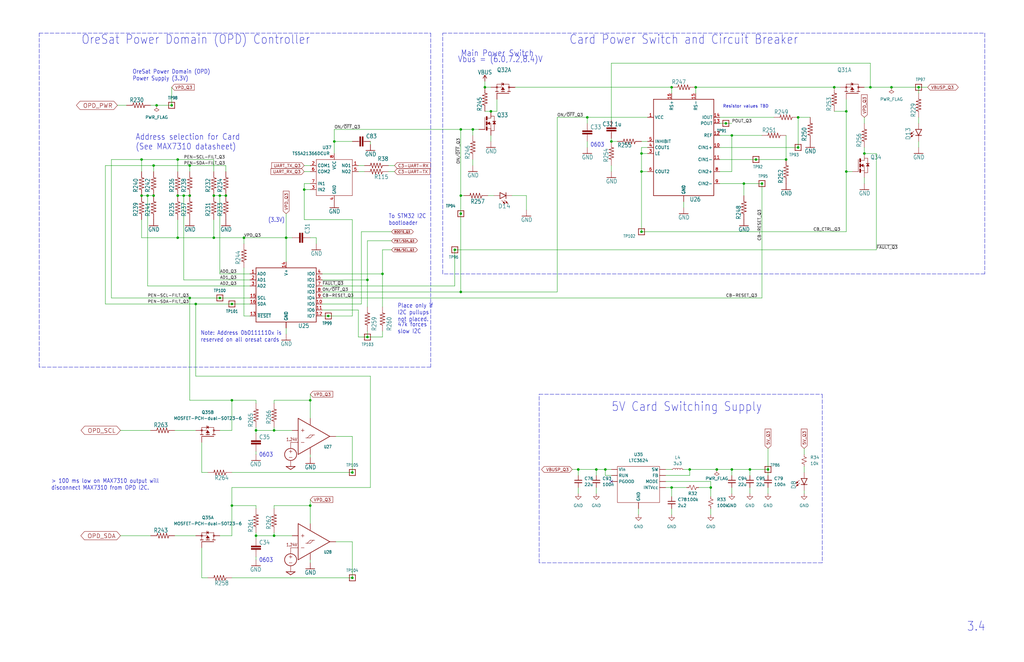
<source format=kicad_sch>
(kicad_sch (version 20211123) (generator eeschema)
  (paper "B")
  (junction (at 251.46 198.12))
  (junction (at 308.61 57.15))
  (junction (at 115.57 181.61))
  (junction (at 199.39 54.61))
  (junction (at 356.87 46.99))
  (junction (at 138.43 133.35))
  (junction (at 148.59 199.39))
  (junction (at 130.81 168.91))
  (junction (at 74.93 100.33))
  (junction (at 154.94 142.24))
  (junction (at 336.55 62.23))
  (junction (at 302.26 198.12))
  (junction (at 66.04 44.45))
  (junction (at 80.01 125.73))
  (junction (at 107.95 181.61))
  (junction (at 115.57 226.06))
  (junction (at 130.81 213.36))
  (junction (at 387.35 36.83))
  (junction (at 62.23 82.55))
  (junction (at 316.23 198.12))
  (junction (at 321.31 77.47))
  (junction (at 140.97 59.69))
  (junction (at 97.79 168.91))
  (junction (at 207.01 46.99))
  (junction (at 97.79 128.27))
  (junction (at 191.77 105.41))
  (junction (at 90.17 100.33))
  (junction (at 148.59 243.84))
  (junction (at 72.39 44.45))
  (junction (at 270.51 64.77))
  (junction (at 255.27 198.12))
  (junction (at 120.65 100.33))
  (junction (at 90.17 82.55))
  (junction (at 80.01 82.55))
  (junction (at 92.71 125.73))
  (junction (at 270.51 72.39))
  (junction (at 161.29 115.57))
  (junction (at 77.47 82.55))
  (junction (at 64.77 82.55))
  (junction (at 283.21 36.83))
  (junction (at 204.47 36.83))
  (junction (at 74.93 82.55))
  (junction (at 194.31 82.55))
  (junction (at 194.31 123.19))
  (junction (at 306.07 52.07))
  (junction (at 331.47 67.31))
  (junction (at 367.03 36.83))
  (junction (at 336.55 49.53))
  (junction (at 293.37 36.83))
  (junction (at 194.31 90.17))
  (junction (at 364.49 64.77))
  (junction (at 64.77 69.85))
  (junction (at 194.31 54.61))
  (junction (at 154.94 118.11))
  (junction (at 318.77 67.31))
  (junction (at 107.95 226.06))
  (junction (at 92.71 82.55))
  (junction (at 283.21 205.74))
  (junction (at 243.84 198.12))
  (junction (at 97.79 213.36))
  (junction (at 290.83 198.12))
  (junction (at 80.01 69.85))
  (junction (at 356.87 72.39))
  (junction (at 270.51 97.79))
  (junction (at 74.93 67.31))
  (junction (at 351.79 36.83))
  (junction (at 59.69 82.55))
  (junction (at 375.92 36.83))
  (junction (at 59.69 67.31))
  (junction (at 308.61 198.12))
  (junction (at 323.85 198.12))
  (junction (at 299.72 205.74))
  (junction (at 257.81 59.69))
  (junction (at 247.65 49.53))
  (junction (at 102.87 100.33))
  (junction (at 82.55 128.27))
  (junction (at 313.69 77.47))
  (junction (at 128.27 80.01))
  (junction (at 95.25 82.55))
  (no_connect (at 257.81 203.2))
  (wire (pts (xy 148.59 133.35) (xy 148.59 92.71)))
  (wire (pts (xy 270.51 64.77) (xy 270.51 72.39)))
  (wire (pts (xy 53.34 44.45) (xy 49.53 44.45)))
  (wire (pts (xy 207.01 46.99) (xy 209.55 46.99)))
  (wire (pts (xy 97.79 181.61) (xy 92.71 181.61)))
  (wire (pts (xy 299.72 205.74) (xy 299.72 209.55)))
  (wire (pts (xy 316.23 205.74) (xy 316.23 208.28)))
  (wire (pts (xy 321.31 125.73) (xy 321.31 77.47)))
  (wire (pts (xy 105.41 128.27) (xy 97.79 128.27)))
  (wire (pts (xy 59.69 72.39) (xy 59.69 67.31)))
  (wire (pts (xy 62.23 120.65) (xy 62.23 82.55)))
  (polyline (pts (xy 227.33 237.49) (xy 227.33 166.37)))
  (wire (pts (xy 97.79 226.06) (xy 92.71 226.06)))
  (wire (pts (xy 369.57 64.77) (xy 369.57 105.41)))
  (wire (pts (xy 107.95 170.18) (xy 107.95 168.91)))
  (wire (pts (xy 90.17 100.33) (xy 90.17 92.71)))
  (wire (pts (xy 299.72 203.2) (xy 299.72 205.74)))
  (wire (pts (xy 255.27 200.66) (xy 257.81 200.66)))
  (wire (pts (xy 313.69 77.47) (xy 303.53 77.47)))
  (wire (pts (xy 85.09 199.39) (xy 85.09 186.69)))
  (wire (pts (xy 102.87 100.33) (xy 120.65 100.33)))
  (wire (pts (xy 308.61 57.15) (xy 321.31 57.15)))
  (wire (pts (xy 154.94 101.6) (xy 165.1 101.6)))
  (wire (pts (xy 107.95 181.61) (xy 115.57 181.61)))
  (wire (pts (xy 375.92 36.83) (xy 387.35 36.83)))
  (wire (pts (xy 303.53 52.07) (xy 306.07 52.07)))
  (wire (pts (xy 138.43 133.35) (xy 148.59 133.35)))
  (wire (pts (xy 92.71 125.73) (xy 105.41 125.73)))
  (wire (pts (xy 243.84 200.66) (xy 243.84 198.12)))
  (wire (pts (xy 64.77 82.55) (xy 62.23 82.55)))
  (wire (pts (xy 302.26 198.12) (xy 308.61 198.12)))
  (wire (pts (xy 141.605 228.6) (xy 148.59 228.6)))
  (wire (pts (xy 97.79 213.36) (xy 97.79 205.74)))
  (wire (pts (xy 323.85 200.66) (xy 323.85 198.12)))
  (wire (pts (xy 234.95 123.19) (xy 194.31 123.19)))
  (wire (pts (xy 64.77 72.39) (xy 64.77 69.85)))
  (wire (pts (xy 97.79 213.36) (xy 97.79 226.06)))
  (wire (pts (xy 288.29 198.12) (xy 290.83 198.12)))
  (wire (pts (xy 257.81 198.12) (xy 255.27 198.12)))
  (wire (pts (xy 130.81 193.04) (xy 130.81 191.77)))
  (polyline (pts (xy 346.71 237.49) (xy 227.33 237.49)))
  (wire (pts (xy 299.72 214.63) (xy 299.72 217.17)))
  (wire (pts (xy 247.65 62.23) (xy 247.65 59.69)))
  (wire (pts (xy 128.27 80.01) (xy 130.81 80.01)))
  (wire (pts (xy 138.43 133.35) (xy 135.89 133.35)))
  (wire (pts (xy 115.57 224.79) (xy 115.57 226.06)))
  (wire (pts (xy 161.29 129.54) (xy 161.29 115.57)))
  (wire (pts (xy 44.45 128.27) (xy 44.45 69.85)))
  (wire (pts (xy 207.01 57.15) (xy 207.01 59.69)))
  (wire (pts (xy 257.81 26.67) (xy 367.03 26.67)))
  (wire (pts (xy 166.37 69.85) (xy 163.83 69.85)))
  (wire (pts (xy 135.89 123.19) (xy 194.31 123.19)))
  (wire (pts (xy 148.59 228.6) (xy 148.59 243.84)))
  (wire (pts (xy 92.71 115.57) (xy 92.71 82.55)))
  (wire (pts (xy 80.01 168.91) (xy 80.01 125.73)))
  (wire (pts (xy 351.79 46.99) (xy 356.87 46.99)))
  (wire (pts (xy 356.87 46.99) (xy 356.87 72.39)))
  (wire (pts (xy 195.58 82.55) (xy 194.31 82.55)))
  (wire (pts (xy 323.85 205.74) (xy 323.85 208.28)))
  (wire (pts (xy 161.29 105.41) (xy 161.29 115.57)))
  (wire (pts (xy 387.35 36.83) (xy 387.35 39.37)))
  (wire (pts (xy 154.94 118.11) (xy 154.94 101.6)))
  (wire (pts (xy 154.94 118.11) (xy 154.94 129.54)))
  (wire (pts (xy 280.67 200.66) (xy 290.83 200.66)))
  (wire (pts (xy 130.81 237.49) (xy 130.81 236.22)))
  (wire (pts (xy 280.67 203.2) (xy 299.72 203.2)))
  (wire (pts (xy 273.05 62.23) (xy 270.51 62.23)))
  (wire (pts (xy 313.69 82.55) (xy 313.69 77.47)))
  (wire (pts (xy 128.27 72.39) (xy 130.81 72.39)))
  (wire (pts (xy 308.61 198.12) (xy 308.61 200.66)))
  (wire (pts (xy 303.53 49.53) (xy 326.39 49.53)))
  (wire (pts (xy 46.99 125.73) (xy 46.99 67.31)))
  (wire (pts (xy 351.79 36.83) (xy 354.33 36.83)))
  (wire (pts (xy 82.55 181.61) (xy 73.66 181.61)))
  (wire (pts (xy 72.39 36.83) (xy 72.39 44.45)))
  (polyline (pts (xy 346.71 166.37) (xy 346.71 237.49)))
  (wire (pts (xy 161.29 142.24) (xy 161.29 139.7)))
  (wire (pts (xy 318.77 67.31) (xy 331.47 67.31)))
  (wire (pts (xy 107.95 168.91) (xy 97.79 168.91)))
  (wire (pts (xy 234.95 49.53) (xy 247.65 49.53)))
  (wire (pts (xy 90.17 72.39) (xy 90.17 67.31)))
  (wire (pts (xy 80.01 72.39) (xy 80.01 69.85)))
  (wire (pts (xy 243.84 205.74) (xy 243.84 208.28)))
  (wire (pts (xy 97.79 243.84) (xy 148.59 243.84)))
  (wire (pts (xy 234.95 123.19) (xy 234.95 49.53)))
  (wire (pts (xy 303.53 62.23) (xy 336.55 62.23)))
  (wire (pts (xy 166.37 72.39) (xy 163.83 72.39)))
  (wire (pts (xy 120.65 110.49) (xy 120.65 100.33)))
  (wire (pts (xy 80.01 69.85) (xy 95.25 69.85)))
  (wire (pts (xy 339.09 196.85) (xy 339.09 199.39)))
  (wire (pts (xy 293.37 39.37) (xy 293.37 36.83)))
  (wire (pts (xy 130.81 213.36) (xy 130.81 210.82)))
  (wire (pts (xy 80.01 82.55) (xy 77.47 82.55)))
  (wire (pts (xy 221.996 82.55) (xy 221.996 88.646)))
  (polyline (pts (xy 181.61 154.94) (xy 16.51 154.94)))
  (wire (pts (xy 107.95 226.06) (xy 115.57 226.06)))
  (wire (pts (xy 105.41 118.11) (xy 77.47 118.11)))
  (wire (pts (xy 217.17 36.83) (xy 283.21 36.83)))
  (wire (pts (xy 63.5 44.45) (xy 66.04 44.45)))
  (wire (pts (xy 77.47 118.11) (xy 77.47 82.55)))
  (wire (pts (xy 46.99 125.73) (xy 80.01 125.73)))
  (wire (pts (xy 257.81 72.39) (xy 257.81 69.85)))
  (wire (pts (xy 257.81 50.8) (xy 257.81 26.67)))
  (wire (pts (xy 303.53 72.39) (xy 308.61 72.39)))
  (wire (pts (xy 199.39 57.15) (xy 199.39 54.61)))
  (wire (pts (xy 82.55 158.75) (xy 82.55 128.27)))
  (wire (pts (xy 115.57 226.06) (xy 123.19 226.06)))
  (wire (pts (xy 391.16 36.83) (xy 387.35 36.83)))
  (wire (pts (xy 215.9 82.55) (xy 221.996 82.55)))
  (wire (pts (xy 133.35 100.33) (xy 133.35 102.87)))
  (wire (pts (xy 97.79 168.91) (xy 97.79 181.61)))
  (wire (pts (xy 128.27 69.85) (xy 130.81 69.85)))
  (wire (pts (xy 97.79 128.27) (xy 82.55 128.27)))
  (wire (pts (xy 308.61 198.12) (xy 316.23 198.12)))
  (wire (pts (xy 369.57 105.41) (xy 191.77 105.41)))
  (wire (pts (xy 74.93 100.33) (xy 74.93 92.71)))
  (wire (pts (xy 257.81 58.42) (xy 257.81 59.69)))
  (wire (pts (xy 156.21 158.75) (xy 82.55 158.75)))
  (wire (pts (xy 115.57 214.63) (xy 115.57 213.36)))
  (wire (pts (xy 241.3 198.12) (xy 243.84 198.12)))
  (wire (pts (xy 199.39 54.61) (xy 201.93 54.61)))
  (wire (pts (xy 367.03 36.83) (xy 375.92 36.83)))
  (wire (pts (xy 364.49 64.77) (xy 369.57 64.77)))
  (wire (pts (xy 105.41 120.65) (xy 62.23 120.65)))
  (wire (pts (xy 191.77 120.65) (xy 135.89 120.65)))
  (wire (pts (xy 273.05 59.69) (xy 270.51 59.69)))
  (wire (pts (xy 331.47 67.31) (xy 331.47 57.15)))
  (wire (pts (xy 359.41 72.39) (xy 356.87 72.39)))
  (wire (pts (xy 280.67 198.12) (xy 283.21 198.12)))
  (wire (pts (xy 209.55 46.99) (xy 209.55 41.91)))
  (wire (pts (xy 290.83 198.12) (xy 302.26 198.12)))
  (wire (pts (xy 205.74 82.55) (xy 208.28 82.55)))
  (wire (pts (xy 63.5 226.06) (xy 50.8 226.06)))
  (wire (pts (xy 323.85 189.23) (xy 323.85 198.12)))
  (wire (pts (xy 191.77 105.41) (xy 191.77 120.65)))
  (wire (pts (xy 364.49 62.23) (xy 364.49 64.77)))
  (wire (pts (xy 107.95 213.36) (xy 97.79 213.36)))
  (wire (pts (xy 387.35 59.69) (xy 387.35 62.23)))
  (polyline (pts (xy 415.29 115.57) (xy 186.69 115.57)))
  (wire (pts (xy 107.95 182.88) (xy 107.95 181.61)))
  (wire (pts (xy 120.65 100.33) (xy 123.19 100.33)))
  (wire (pts (xy 107.95 226.06) (xy 107.95 227.33)))
  (wire (pts (xy 148.59 184.15) (xy 148.59 199.39)))
  (wire (pts (xy 87.63 199.39) (xy 85.09 199.39)))
  (wire (pts (xy 321.31 77.47) (xy 313.69 77.47)))
  (wire (pts (xy 130.81 100.33) (xy 133.35 100.33)))
  (wire (pts (xy 135.89 118.11) (xy 154.94 118.11)))
  (wire (pts (xy 120.65 100.33) (xy 120.65 90.17)))
  (wire (pts (xy 128.27 92.71) (xy 148.59 92.71)))
  (wire (pts (xy 92.71 82.55) (xy 90.17 82.55)))
  (wire (pts (xy 152.4 97.79) (xy 165.1 97.79)))
  (wire (pts (xy 95.25 82.55) (xy 92.71 82.55)))
  (wire (pts (xy 364.49 74.93) (xy 364.49 77.47)))
  (wire (pts (xy 194.31 82.55) (xy 194.31 90.17)))
  (polyline (pts (xy 181.61 13.97) (xy 181.61 154.94)))
  (wire (pts (xy 85.09 243.84) (xy 85.09 231.14)))
  (wire (pts (xy 107.95 191.77) (xy 107.95 190.5)))
  (wire (pts (xy 74.93 100.33) (xy 90.17 100.33)))
  (wire (pts (xy 107.95 214.63) (xy 107.95 213.36)))
  (wire (pts (xy 120.65 140.97) (xy 120.65 138.43)))
  (wire (pts (xy 46.99 67.31) (xy 59.69 67.31)))
  (wire (pts (xy 364.49 49.53) (xy 364.49 52.07)))
  (wire (pts (xy 80.01 125.73) (xy 92.71 125.73)))
  (wire (pts (xy 270.51 72.39) (xy 273.05 72.39)))
  (wire (pts (xy 74.93 67.31) (xy 90.17 67.31)))
  (wire (pts (xy 59.69 100.33) (xy 59.69 92.71)))
  (polyline (pts (xy 227.33 166.37) (xy 346.71 166.37)))
  (wire (pts (xy 318.77 67.31) (xy 303.53 67.31)))
  (wire (pts (xy 257.81 59.69) (xy 260.35 59.69)))
  (wire (pts (xy 102.87 102.87) (xy 102.87 100.33)))
  (wire (pts (xy 135.89 130.81) (xy 151.13 130.81)))
  (wire (pts (xy 283.21 205.74) (xy 283.21 209.55)))
  (wire (pts (xy 303.53 57.15) (xy 308.61 57.15)))
  (wire (pts (xy 199.39 54.61) (xy 194.31 54.61)))
  (wire (pts (xy 130.81 77.47) (xy 128.27 77.47)))
  (wire (pts (xy 161.29 105.41) (xy 165.1 105.41)))
  (wire (pts (xy 356.87 97.79) (xy 270.51 97.79)))
  (wire (pts (xy 290.83 198.12) (xy 290.83 200.66)))
  (wire (pts (xy 194.31 90.17) (xy 194.31 123.19)))
  (wire (pts (xy 364.49 36.83) (xy 367.03 36.83)))
  (wire (pts (xy 199.39 67.31) (xy 199.39 69.85)))
  (wire (pts (xy 156.21 59.69) (xy 156.21 60.96)))
  (wire (pts (xy 97.79 168.91) (xy 80.01 168.91)))
  (wire (pts (xy 95.25 69.85) (xy 95.25 72.39)))
  (wire (pts (xy 283.21 205.74) (xy 289.56 205.74)))
  (wire (pts (xy 128.27 80.01) (xy 128.27 92.71)))
  (wire (pts (xy 339.09 207.01) (xy 339.09 208.28)))
  (wire (pts (xy 336.55 62.23) (xy 336.55 49.53)))
  (wire (pts (xy 270.51 62.23) (xy 270.51 64.77)))
  (wire (pts (xy 251.46 198.12) (xy 251.46 200.66)))
  (wire (pts (xy 135.89 125.73) (xy 321.31 125.73)))
  (wire (pts (xy 270.51 64.77) (xy 273.05 64.77)))
  (wire (pts (xy 270.51 97.79) (xy 270.51 72.39)))
  (wire (pts (xy 130.81 220.98) (xy 130.81 213.36)))
  (wire (pts (xy 194.31 54.61) (xy 140.97 54.61)))
  (wire (pts (xy 154.94 142.24) (xy 161.29 142.24)))
  (wire (pts (xy 255.27 198.12) (xy 255.27 200.66)))
  (wire (pts (xy 66.04 44.45) (xy 72.39 44.45)))
  (wire (pts (xy 107.95 181.61) (xy 107.95 180.34)))
  (wire (pts (xy 288.29 87.63) (xy 288.29 85.09)))
  (wire (pts (xy 204.47 34.29) (xy 204.47 36.83)))
  (wire (pts (xy 135.89 128.27) (xy 152.4 128.27)))
  (polyline (pts (xy 186.69 115.57) (xy 186.69 13.97)))
  (wire (pts (xy 62.23 82.55) (xy 59.69 82.55)))
  (wire (pts (xy 105.41 133.35) (xy 102.87 133.35)))
  (wire (pts (xy 130.81 176.53) (xy 130.81 168.91)))
  (wire (pts (xy 140.97 59.69) (xy 140.97 64.77)))
  (wire (pts (xy 107.95 236.22) (xy 107.95 234.95)))
  (wire (pts (xy 247.65 49.53) (xy 273.05 49.53)))
  (wire (pts (xy 251.46 198.12) (xy 255.27 198.12)))
  (wire (pts (xy 97.79 199.39) (xy 148.59 199.39)))
  (wire (pts (xy 153.67 69.85) (xy 151.13 69.85)))
  (wire (pts (xy 204.47 36.83) (xy 207.01 36.83)))
  (wire (pts (xy 115.57 181.61) (xy 123.19 181.61)))
  (wire (pts (xy 152.4 128.27) (xy 152.4 97.79)))
  (wire (pts (xy 336.55 49.53) (xy 341.63 49.53)))
  (wire (pts (xy 59.69 100.33) (xy 74.93 100.33)))
  (wire (pts (xy 105.41 115.57) (xy 92.71 115.57)))
  (polyline (pts (xy 186.69 13.97) (xy 415.29 13.97)))
  (wire (pts (xy 161.29 115.57) (xy 135.89 115.57)))
  (wire (pts (xy 77.47 82.55) (xy 74.93 82.55)))
  (wire (pts (xy 251.46 205.74) (xy 251.46 208.28)))
  (polyline (pts (xy 16.51 13.97) (xy 181.61 13.97)))
  (wire (pts (xy 130.81 168.91) (xy 115.57 168.91)))
  (polyline (pts (xy 415.29 13.97) (xy 415.29 115.57)))
  (wire (pts (xy 107.95 226.06) (xy 107.95 224.79)))
  (wire (pts (xy 243.84 198.12) (xy 251.46 198.12)))
  (wire (pts (xy 140.97 59.69) (xy 148.59 59.69)))
  (wire (pts (xy 141.605 184.15) (xy 148.59 184.15)))
  (wire (pts (xy 130.81 213.36) (xy 115.57 213.36)))
  (wire (pts (xy 293.37 36.83) (xy 351.79 36.83)))
  (wire (pts (xy 283.21 36.83) (xy 283.21 39.37)))
  (wire (pts (xy 283.21 205.74) (xy 280.67 205.74)))
  (wire (pts (xy 204.47 46.99) (xy 207.01 46.99)))
  (wire (pts (xy 283.21 214.63) (xy 283.21 217.17)))
  (wire (pts (xy 294.64 205.74) (xy 299.72 205.74)))
  (wire (pts (xy 156.21 205.74) (xy 156.21 158.75)))
  (wire (pts (xy 356.87 72.39) (xy 356.87 97.79)))
  (wire (pts (xy 64.77 69.85) (xy 80.01 69.85)))
  (wire (pts (xy 154.94 139.7) (xy 154.94 142.24)))
  (wire (pts (xy 44.45 69.85) (xy 64.77 69.85)))
  (wire (pts (xy 102.87 113.03) (xy 102.87 133.35)))
  (wire (pts (xy 140.97 54.61) (xy 140.97 59.69)))
  (wire (pts (xy 63.5 181.61) (xy 50.8 181.61)))
  (wire (pts (xy 97.79 205.74) (xy 156.21 205.74)))
  (wire (pts (xy 151.13 130.81) (xy 151.13 142.24)))
  (wire (pts (xy 387.35 49.53) (xy 387.35 52.07)))
  (wire (pts (xy 308.61 72.39) (xy 308.61 57.15)))
  (wire (pts (xy 115.57 180.34) (xy 115.57 181.61)))
  (wire (pts (xy 308.61 205.74) (xy 308.61 208.28)))
  (wire (pts (xy 82.55 128.27) (xy 44.45 128.27)))
  (wire (pts (xy 194.31 54.61) (xy 194.31 82.55)))
  (wire (pts (xy 356.87 46.99) (xy 356.87 41.91)))
  (wire (pts (xy 367.03 26.67) (xy 367.03 36.83)))
  (wire (pts (xy 247.65 52.07) (xy 247.65 49.53)))
  (wire (pts (xy 128.27 77.47) (xy 128.27 80.01)))
  (wire (pts (xy 90.17 100.33) (xy 102.87 100.33)))
  (wire (pts (xy 269.24 214.63) (xy 269.24 217.17)))
  (wire (pts (xy 74.93 72.39) (xy 74.93 67.31)))
  (wire (pts (xy 316.23 198.12) (xy 316.23 200.66)))
  (wire (pts (xy 306.07 52.07) (xy 308.61 52.07)))
  (wire (pts (xy 115.57 170.18) (xy 115.57 168.91)))
  (wire (pts (xy 316.23 198.12) (xy 323.85 198.12)))
  (wire (pts (xy 82.55 226.06) (xy 73.66 226.06)))
  (wire (pts (xy 87.63 243.84) (xy 85.09 243.84)))
  (wire (pts (xy 153.67 72.39) (xy 151.13 72.39)))
  (wire (pts (xy 151.13 142.24) (xy 154.94 142.24)))
  (polyline (pts (xy 16.51 154.94) (xy 16.51 13.97)))
  (wire (pts (xy 130.81 168.91) (xy 130.81 166.37)))
  (wire (pts (xy 339.09 189.23) (xy 339.09 191.77)))
  (wire (pts (xy 59.69 67.31) (xy 74.93 67.31)))
  (text "OreSat Power Domain (OPD)\nPower Supply (3.3V)" (at 55.88 34.29 180) (effects (font (size 1.778 1.5113)) (justify left bottom)))
  (text "Place only if\nI2C pullups\nnot placed." (at 167.64 135.89 180) (effects (font (size 1.778 1.5113)) (justify left bottom)))
  (text "0603" (at 248.92 62.23 180) (effects (font (size 1.778 1.5113)) (justify left bottom)))
  (text "0603" (at 109.22 193.04 180) (effects (font (size 1.778 1.5113)) (justify left bottom)))
  (text "OreSat Power Domain (OPD) Controller" (at 34.29 19.05 180) (effects (font (size 3.81 3.2385)) (justify left bottom)))
  (text "Resistor values TBD" (at 304.8 45.72 0) (effects (font (size 1.27 1.27)) (justify left bottom)))
  (text "> 100 ms low on MAX7310 output will\ndisconnect MAX7310 from OPD I2C." (at 21.59 207.01 0) (effects (font (size 1.778 1.5113)) (justify left bottom)))
  (text "Card Power Switch and Circuit Breaker" (at 240.03 19.05 180) (effects (font (size 3.81 3.2385)) (justify left bottom)))
  (text "Note: Address 0b0111110x is\nreserved on all oresat cards" (at 84.582 144.526 0) (effects (font (size 1.778 1.5113)) (justify left bottom)))
  (text "47k forces\nslow I2C" (at 167.64 140.97 180) (effects (font (size 1.778 1.5113)) (justify left bottom)))
  (text "Main Power Switch" (at 194.31 24.13 180) (effects (font (size 2.54 2.159)) (justify left bottom)))
  (text "3.4" (at 407.67 266.7 180) (effects (font (size 3.81 3.2385)) (justify left bottom)))
  (text "Address selection for Card\n(See MAX7310 datasheet)" (at 57.15 63.5 0) (effects (font (size 2.54 2.159)) (justify left bottom)))
  (text "(3.3V)" (at 113.03 93.98 180) (effects (font (size 1.778 1.5113)) (justify left bottom)))
  (text "Vbus = (6.0,7.2,8.4)V" (at 193.04 26.67 180) (effects (font (size 2.54 2.159)) (justify left bottom)))
  (text "0603" (at 109.22 237.49 180) (effects (font (size 1.778 1.5113)) (justify left bottom)))
  (text "To STM32 I2C\nbootloader" (at 163.83 95.25 180) (effects (font (size 1.778 1.5113)) (justify left bottom)))
  (text "5V Card Switching Supply" (at 257.81 173.99 180) (effects (font (size 3.81 3.2385)) (justify left bottom)))
  (label "ON/~{OFF}_Q3" (at 194.31 69.215 90) (effects (font (size 1.2446 1.2446))))
  (label "~{FAULT_Q3}" (at 369.57 105.41 0) (effects (font (size 1.2446 1.2446))))
  (label "CB-RESET_Q3" (at 135.89 125.73 0) (effects (font (size 1.2446 1.2446))))
  (label "PEN-SDA-FILT_Q3" (at 62.23 128.27 0) (effects (font (size 1.2446 1.2446))))
  (label "CB-RESET_Q3" (at 321.31 101.6 90) (effects (font (size 1.2446 1.2446))))
  (label "~{FAULT_Q3}" (at 135.89 120.65 0) (effects (font (size 1.2446 1.2446))))
  (label "ON/~{OFF}_Q3" (at 140.97 54.61 0) (effects (font (size 1.2446 1.2446))))
  (label "ON/~{OFF}_Q3" (at 135.89 123.19 0) (effects (font (size 1.2446 1.2446))))
  (label "PEN-SCL-FILT_Q3" (at 77.47 67.31 0) (effects (font (size 1.2446 1.2446))))
  (label "PEN-SDA-FILT_Q3" (at 77.47 69.85 0) (effects (font (size 1.2446 1.2446))))
  (label "POUT_Q3" (at 308.61 52.07 0) (effects (font (size 1.2446 1.2446))))
  (label "PEN-SCL-FILT_Q3" (at 62.23 125.73 0) (effects (font (size 1.2446 1.2446))))
  (label "AD0_Q3" (at 92.71 115.57 0) (effects (font (size 1.2446 1.2446))))
  (label "CB_CTRL_Q3" (at 342.9 97.79 0) (effects (font (size 1.2446 1.2446))))
  (label "VPD_Q3" (at 102.87 100.33 0) (effects (font (size 1.2446 1.2446))))
  (label "CB-RESET_Q3" (at 306.07 125.73 0) (effects (font (size 1.2446 1.2446))))
  (label "ON/~{OFF}_Q3" (at 234.95 49.53 0) (effects (font (size 1.2446 1.2446))))
  (label "AD2_Q3" (at 92.71 120.65 0) (effects (font (size 1.2446 1.2446))))
  (label "AD1_Q3" (at 92.71 118.11 0) (effects (font (size 1.2446 1.2446))))
  (global_label "5V_Q3" (shape input) (at 339.09 189.23 90) (property "Intersheet References" "${INTERSHEET_REFS}" (effects hide)))
  (global_label "VPD_Q3" (shape input) (at 72.39 36.83 0) (property "Intersheet References" "${INTERSHEET_REFS}" (effects hide)))
  (global_label "UART_TX_Q3" (shape input) (at 128.27 69.85 180) (property "Intersheet References" "${INTERSHEET_REFS}" (effects hide)))
  (global_label "C3-UART-RX" (shape input) (at 166.37 69.85 0) (property "Intersheet References" "${INTERSHEET_REFS}" (effects hide)))
  (global_label "PB6/SCL_Q3" (shape bidirectional) (at 165.1 105.41 0) (effects (font (size 0.889 0.889))) (property "Intersheet References" "${INTERSHEET_REFS}" (effects hide)))
  (global_label "OPD_PWR" (shape bidirectional) (at 49.53 44.45 180) (effects (font (size 1.778 1.778))) (property "Intersheet References" "${INTERSHEET_REFS}" (effects hide)))
  (global_label "C3-UART-TX" (shape input) (at 166.37 72.39 0) (property "Intersheet References" "${INTERSHEET_REFS}" (effects hide)))
  (global_label "VPD_Q3" (shape input) (at 130.81 210.82 0) (property "Intersheet References" "${INTERSHEET_REFS}" (effects hide)))
  (global_label "VBUSP_Q3" (shape bidirectional) (at 241.3 198.12 180) (effects (font (size 1.2446 1.2446))) (property "Intersheet References" "${INTERSHEET_REFS}" (effects hide)))
  (global_label "OPD_SDA" (shape bidirectional) (at 50.8 226.06 180) (effects (font (size 1.778 1.778))) (property "Intersheet References" "${INTERSHEET_REFS}" (effects hide)))
  (global_label "VBUSP_Q3" (shape bidirectional) (at 391.16 36.83 0) (effects (font (size 1.2446 1.2446))) (property "Intersheet References" "${INTERSHEET_REFS}" (effects hide)))
  (global_label "5V_Q3" (shape input) (at 323.85 189.23 90) (property "Intersheet References" "${INTERSHEET_REFS}" (effects hide)))
  (global_label "OPD_SCL" (shape bidirectional) (at 50.8 181.61 180) (effects (font (size 1.778 1.778))) (property "Intersheet References" "${INTERSHEET_REFS}" (effects hide)))
  (global_label "VPD_Q3" (shape input) (at 364.49 49.53 90) (property "Intersheet References" "${INTERSHEET_REFS}" (effects hide)))
  (global_label "VPD_Q3" (shape input) (at 130.81 166.37 0) (property "Intersheet References" "${INTERSHEET_REFS}" (effects hide)))
  (global_label "BOOT0_Q3" (shape bidirectional) (at 165.1 97.79 0) (effects (font (size 0.889 0.889))) (property "Intersheet References" "${INTERSHEET_REFS}" (effects hide)))
  (global_label "VPD_Q3" (shape input) (at 120.65 90.17 90) (property "Intersheet References" "${INTERSHEET_REFS}" (effects hide)))
  (global_label "UART_RX_Q3" (shape input) (at 128.27 72.39 180) (property "Intersheet References" "${INTERSHEET_REFS}" (effects hide)))
  (global_label "PB7/SDA_Q3" (shape bidirectional) (at 165.1 101.6 0) (effects (font (size 0.889 0.889))) (property "Intersheet References" "${INTERSHEET_REFS}" (effects hide)))
  (symbol (lib_id "oresat-acs-card-eagle-import:R-US_0603-C-NOSILK") (at 158.75 72.39 180) (unit 1)
    (property "Reference" "R115" (at 163.83 73.66 0) (effects (font (size 1.778 1.5113)) (justify left bottom)))
    (property "Value" "10k" (at 157.48 73.66 0) (effects (font (size 1.778 1.5113)) (justify left bottom)))
    (property "Footprint" "oresat-acs-card:.0603-C-NOSILK" (effects hide))
    (property "Value" "RC0603FR-0710KL" (effects hide))
  )
  (symbol (lib_id "oresat-acs-card-eagle-import:GND") (at 64.77 95.25 0) (mirror y) (unit 1)
    (property "Reference" "#GND0144" (effects hide))
    (property "Value" "GND" (at 67.31 97.79 0) (effects (font (size 1.778 1.5113)) (justify left bottom)))
  )
  (symbol (lib_name "MOSFET-PCH-SOT23-6_1") (lib_id "oresat-acs-card-eagle-import:MOSFET-PCH-SOT23-6") (at 359.41 39.37 90) (unit 1)
    (property "Reference" "Q31" (at 353.06 30.48 90) (effects (font (size 1.778 1.5113)) (justify right top)))
    (property "Value" "MOSFET-PCH-SOT23-6" (at 353.06 33.02 90) (effects (font (size 1.778 1.5113)) (justify right top)))
    (property "Footprint" "oresat-acs-card:SOT23-6" (effects hide))
    (property "Value" "MOSFET-PCH-SOT23-6" (effects hide))
  )
  (symbol (lib_id "oresat-acs-card-eagle-import:R-US_0603-C-NOSILK") (at 107.95 175.26 90) (unit 1)
    (property "Reference" "R265" (at 106.68 180.34 0) (effects (font (size 1.778 1.5113)) (justify left bottom)))
    (property "Value" "330k" (at 106.68 173.99 0) (effects (font (size 1.778 1.5113)) (justify left bottom)))
    (property "Footprint" "oresat-acs-card:.0603-C-NOSILK" (effects hide))
    (property "Value" "MCT06030C3303FP000" (effects hide))
  )
  (symbol (lib_id "oresat-acs-card-eagle-import:TEST-POINT-LARGE-SQUARE") (at 154.94 142.24 90) (unit 1)
    (property "Reference" "TP103" (at 152.4 146.05 90) (effects (font (size 1.27 1.0795)) (justify right top)))
    (property "Value" "TEST-POINT-LARGE-SQUARE" (effects hide))
    (property "Footprint" "oresat-acs-card:1X01" (effects hide))
  )
  (symbol (lib_id "oresat-acs-card-eagle-import:R-US_0603-C-NOSILK") (at 115.57 219.71 90) (unit 1)
    (property "Reference" "R262" (at 114.3 223.52 0) (effects (font (size 1.778 1.5113)) (justify left bottom)))
    (property "Value" "1M" (at 114.3 217.17 0) (effects (font (size 1.778 1.5113)) (justify left bottom)))
    (property "Footprint" "oresat-acs-card:.0603-C-NOSILK" (effects hide))
    (property "Value" "RC0603FR-071ML" (effects hide))
  )
  (symbol (lib_id "power:PWR_FLAG") (at 302.26 198.12 180) (unit 1)
    (property "Reference" "#FLG04" (effects hide))
    (property "Value" "PWR_FLAG" (at 302.26 201.93 0))
  )
  (symbol (lib_id "oresat-acs-card-eagle-import:R-US_0603-C-NOSILK") (at 64.77 77.47 90) (unit 1)
    (property "Reference" "R242" (at 63.2714 81.28 0) (effects (font (size 1.778 1.5113)) (justify left bottom)))
    (property "Value" "NP" (at 62.992 74.93 0) (effects (font (size 1.778 1.5113)) (justify left bottom)))
    (property "Footprint" "oresat-acs-card:.0603-C-NOSILK" (effects hide))
    (property "Value" "RC1005F6653CS" (effects hide))
  )
  (symbol (lib_id "oresat-acs-card-eagle-import:C-EU0603-C-NOSILK") (at 247.65 54.61 0) (unit 1)
    (property "Reference" "C33" (at 248.92 54.61 0) (effects (font (size 1.778 1.5113)) (justify left bottom)))
    (property "Value" "1u" (at 248.92 59.69 0) (effects (font (size 1.778 1.5113)) (justify left bottom)))
    (property "Footprint" "oresat-acs-card:.0603-C-NOSILK" (effects hide))
    (property "Value" "CC0603KRX7R7BB105" (effects hide))
  )
  (symbol (lib_id "oresat-acs-card-eagle-import:TEST-POINT-LARGE-SQUARE") (at 92.71 125.73 180) (unit 1)
    (property "Reference" "TP100" (at 95.25 121.92 0) (effects (font (size 1.27 1.0795)) (justify left bottom)))
    (property "Value" "TEST-POINT-LARGE-SQUARE" (effects hide))
    (property "Footprint" "oresat-acs-card:1X01" (effects hide))
  )
  (symbol (lib_id "oresat-acs-card-eagle-import:MAX4211") (at 288.29 59.69 0) (unit 1)
    (property "Reference" "U26" (at 290.83 85.09 0) (effects (font (size 1.778 1.5113)) (justify left bottom)))
    (property "Value" "MAX4211FETE" (at 290.83 87.63 0) (effects (font (size 1.778 1.5113)) (justify left bottom)))
    (property "Footprint" "oresat-acs-card:QFN65P400X400X80-17T210" (effects hide))
    (property "Value" "MAX4211FETE" (effects hide))
  )
  (symbol (lib_id "oresat-acs-card-eagle-import:R-US_0603-C-NOSILK") (at 68.58 181.61 0) (unit 1)
    (property "Reference" "R263" (at 64.77 180.34 0) (effects (font (size 1.778 1.5113)) (justify left bottom)))
    (property "Value" "100" (at 71.12 180.34 0) (effects (font (size 1.778 1.5113)) (justify left bottom)))
    (property "Footprint" "oresat-acs-card:.0603-C-NOSILK" (effects hide))
    (property "Value" "RC0603FR-07100RL" (effects hide))
  )
  (symbol (lib_id "oresat-acs-card-eagle-import:MIC842LYC5") (at 130.81 228.6 0) (unit 1)
    (property "Reference" "U28" (at 136.525 233.68 0) (effects (font (size 1.27 1.0795)) (justify left bottom)))
    (property "Value" "MIC842LYC5" (at 136.525 234.95 0) (effects (font (size 1.27 1.0795)) (justify left bottom)))
    (property "Footprint" "oresat-acs-card:SC70-5" (effects hide))
    (property "Value" "MIC842LYC5-TR" (effects hide))
  )
  (symbol (lib_id "Device:L_Small") (at 285.75 198.12 90) (unit 1)
    (property "Reference" "L4" (at 285.75 193.04 90))
    (property "Value" "3u3" (at 285.75 195.58 90))
    (property "Footprint" "oresat-footprints:L_ECS-MPI4040" (effects hide))
    (property "MFR" "Coilcraft" (effects hide))
    (property "MPN" "XGL4030-332MEC" (effects hide))
    (property "Description" "FIXED IND 3.3UH 7.5A 21.9MOHM SM" (effects hide))
  )
  (symbol (lib_id "oresat-acs-card-eagle-import:GND") (at 221.996 91.186 0) (mirror y) (unit 1)
    (property "Reference" "#GND0153" (effects hide))
    (property "Value" "GND" (at 224.536 93.726 0) (effects (font (size 1.778 1.5113)) (justify left bottom)))
  )
  (symbol (lib_id "oresat-acs-card-eagle-import:R-US_0603-C-NOSILK") (at 95.25 77.47 90) (unit 1)
    (property "Reference" "R234" (at 93.7514 81.28 0) (effects (font (size 1.778 1.5113)) (justify left bottom)))
    (property "Value" "NP" (at 93.472 74.93 0) (effects (font (size 1.778 1.5113)) (justify left bottom)))
    (property "Footprint" "oresat-acs-card:.0603-C-NOSILK" (effects hide))
    (property "Value" "RC1005F6653CS" (effects hide))
  )
  (symbol (lib_id "power:GND") (at 269.24 217.17 0) (unit 1)
    (property "Reference" "#PWR014" (effects hide))
    (property "Value" "GND" (at 269.24 222.25 0))
  )
  (symbol (lib_id "oresat-acs-card-eagle-import:R-US_0603-C-NOSILK") (at 80.01 87.63 90) (unit 1)
    (property "Reference" "R237" (at 78.5114 91.44 0) (effects (font (size 1.778 1.5113)) (justify left bottom)))
    (property "Value" "NP" (at 78.232 85.09 0) (effects (font (size 1.778 1.5113)) (justify left bottom)))
    (property "Footprint" "oresat-acs-card:.0603-C-NOSILK" (effects hide))
    (property "Value" "RC1005F6653CS" (effects hide))
  )
  (symbol (lib_id "oresat-acs-card-eagle-import:TS5A21366DCUR") (at 140.97 74.93 0) (unit 1)
    (property "Reference" "U37" (at 135.89 62.23 0) (effects (justify left)))
    (property "Value" "TS5A21366DCUR" (at 123.19 64.77 0) (effects (justify left)))
    (property "Footprint" "oresat-acs-card:DCU-R-PDSO-G8" (effects hide))
  )
  (symbol (lib_id "oresat-acs-card-eagle-import:GND") (at 130.81 240.03 0) (mirror y) (unit 1)
    (property "Reference" "#GND0155" (effects hide))
    (property "Value" "GND" (at 133.35 242.57 0) (effects (font (size 1.778 1.5113)) (justify left bottom)))
  )
  (symbol (lib_id "oresat-acs-card-eagle-import:R-US_0603-C-NOSILK") (at 341.63 54.61 90) (unit 1)
    (property "Reference" "R250" (at 340.1314 59.69 0) (effects (font (size 1.778 1.5113)) (justify left bottom)))
    (property "Value" "NP" (at 340.36 53.34 0) (effects (font (size 1.778 1.5113)) (justify left bottom)))
    (property "Footprint" "oresat-acs-card:.0603-C-NOSILK" (effects hide))
    (property "Value" "RC1005F6653CS" (effects hide))
  )
  (symbol (lib_id "oresat-acs-card-eagle-import:PMV45EN") (at 364.49 69.85 0) (unit 1)
    (property "Reference" "Q34" (at 367.03 67.31 0) (effects (font (size 1.778 1.5113)) (justify left bottom)))
    (property "Value" "PMV45EN" (at 367.03 69.85 0) (effects (font (size 1.778 1.5113)) (justify left bottom)))
    (property "Footprint" "oresat-acs-card:SOT23" (effects hide))
    (property "Value" "PMV45EN2R" (effects hide))
  )
  (symbol (lib_id "oresat-acs-card-eagle-import:LED-GREEN0603") (at 387.35 54.61 0) (unit 1)
    (property "Reference" "D13" (at 383.921 59.182 90) (effects (font (size 1.778 1.778)) (justify left bottom)))
    (property "Value" "GREEN" (at 389.255 59.182 90) (effects (font (size 1.778 1.778)) (justify left top)))
    (property "Footprint" "oresat-acs-card:LED-0603" (effects hide))
    (property "Value" "SML-E12M8WT86" (effects hide))
  )
  (symbol (lib_id "oresat-acs-card-eagle-import:R-US_0603-C-NOSILK") (at 68.58 226.06 0) (unit 1)
    (property "Reference" "R243" (at 64.77 224.79 0) (effects (font (size 1.778 1.5113)) (justify left bottom)))
    (property "Value" "100" (at 71.12 224.79 0) (effects (font (size 1.778 1.5113)) (justify left bottom)))
    (property "Footprint" "oresat-acs-card:.0603-C-NOSILK" (effects hide))
    (property "Value" "RC0603FR-07100RL" (effects hide))
  )
  (symbol (lib_id "oresat-acs-card-eagle-import:VBUS") (at 204.47 31.75 0) (unit 1)
    (property "Reference" "#VBUS07" (effects hide))
    (property "Value" "VBUS" (at 204.47 31.496 0) (effects (font (size 1.778 1.5113)) (justify bottom)))
  )
  (symbol (lib_id "oresat-acs-card-eagle-import:GND") (at 95.25 95.25 0) (mirror y) (unit 1)
    (property "Reference" "#GND0142" (effects hide))
    (property "Value" "GND" (at 97.79 97.79 0) (effects (font (size 1.778 1.5113)) (justify left bottom)))
  )
  (symbol (lib_id "oresat-acs-card-eagle-import:R-US_0603-C-NOSILK") (at 74.93 87.63 270) (unit 1)
    (property "Reference" "R235" (at 73.4314 91.44 0) (effects (font (size 1.778 1.5113)) (justify right top)))
    (property "Value" "NP" (at 73.152 85.09 0) (effects (font (size 1.778 1.5113)) (justify right top)))
    (property "Footprint" "oresat-acs-card:.0603-C-NOSILK" (effects hide))
    (property "Value" "RC1005F6653CS" (effects hide))
  )
  (symbol (lib_id "oresat-acs-card-eagle-import:R-US_0603-C-NOSILK") (at 154.94 134.62 90) (unit 1)
    (property "Reference" "R259" (at 158.75 139.7 0) (effects (font (size 1.778 1.5113)) (justify left bottom)))
    (property "Value" "47k" (at 158.75 133.35 0) (effects (font (size 1.778 1.5113)) (justify left bottom)))
    (property "Footprint" "oresat-acs-card:.0603-C-NOSILK" (effects hide))
    (property "Value" "RC0603FR-0747KL" (effects hide))
  )
  (symbol (lib_id "oresat-acs-card-eagle-import:GND") (at 140.97 87.63 0) (mirror y) (unit 1)
    (property "Reference" "#GND0116" (effects hide))
    (property "Value" "GND" (at 143.51 90.17 0) (effects (font (size 1.778 1.5113)) (justify left bottom)))
  )
  (symbol (lib_id "oresat-acs-card-eagle-import:R-US_0603-C-NOSILK") (at 58.42 44.45 0) (unit 1)
    (property "Reference" "R230" (at 54.61 43.18 0) (effects (font (size 1.778 1.5113)) (justify left bottom)))
    (property "Value" "10" (at 60.96 43.18 0) (effects (font (size 1.778 1.5113)) (justify left bottom)))
    (property "Footprint" "oresat-acs-card:.0603-C-NOSILK" (effects hide))
    (property "Value" "RC0603FR-0710RL" (effects hide))
  )
  (symbol (lib_id "oresat-acs-card-eagle-import:TEST-POINT-LARGE-SQUARE") (at 191.77 105.41 0) (unit 1)
    (property "Reference" "TP96" (at 189.23 109.22 0) (effects (font (size 1.27 1.0795)) (justify left bottom)))
    (property "Value" "TEST-POINT-LARGE-SQUARE" (effects hide))
    (property "Footprint" "oresat-acs-card:1X01" (effects hide))
  )
  (symbol (lib_id "oresat-acs-card-eagle-import:R-US_0603-C-NOSILK") (at 265.43 59.69 180) (unit 1)
    (property "Reference" "R255" (at 260.35 62.23 0) (effects (font (size 1.778 1.5113)) (justify right top)))
    (property "Value" "10k" (at 265.43 62.23 0) (effects (font (size 1.778 1.5113)) (justify right top)))
    (property "Footprint" "oresat-acs-card:.0603-C-NOSILK" (effects hide))
    (property "Value" "RC1005F6653CS" (effects hide))
  )
  (symbol (lib_id "oresat-acs-card-eagle-import:TEST-POINT-LARGE-SQUARE") (at 306.07 52.07 0) (unit 1)
    (property "Reference" "TP91" (at 302.26 55.88 0) (effects (font (size 1.27 1.0795)) (justify left bottom)))
    (property "Value" "TEST-POINT-LARGE-SQUARE" (effects hide))
    (property "Footprint" "oresat-acs-card:1X01" (effects hide))
  )
  (symbol (lib_id "U-Linear Tech-LTC3624:LTC3624") (at 269.24 194.31 0) (unit 1)
    (property "Reference" "U35" (at 269.24 191.77 0))
    (property "Value" "LTC3624" (at 269.24 194.31 0))
    (property "Footprint" "oresat-footprints:DFN-8-1EP_3x3mm_P0.5mm_EP1.65x2.38mm_ThermalVias0.3mm" (effects hide))
    (property "Datasheet" "https://www.analog.com/media/en/technical-documentation/data-sheets/36242fd.pdf" (effects hide))
    (property "MFG" "Analog Devices" (effects hide))
    (property "MPN" "LTC3624IDD-5#PBF" (effects hide))
    (property "Description" "IC REG BUCK 5V 2A 8DFN" (effects hide))
  )
  (symbol (lib_name "MOSFET-PCH-SOT23-6_2") (lib_id "oresat-acs-card-eagle-import:MOSFET-PCH-SOT23-6") (at 212.09 39.37 90) (unit 1)
    (property "Reference" "Q32" (at 209.55 30.48 90) (effects (font (size 1.778 1.5113)) (justify right top)))
    (property "Value" "MOSFET-PCH-SOT23-6" (at 209.55 33.02 90) (effects (font (size 1.778 1.5113)) (justify right top)))
    (property "Footprint" "oresat-acs-card:SOT23-6" (effects hide))
    (property "Value" "MOSFET-PCH-SOT23-6" (effects hide))
  )
  (symbol (lib_id "oresat-acs-card-eagle-import:PMV45EN") (at 207.01 52.07 0) (unit 1)
    (property "Reference" "Q33" (at 209.55 49.53 0) (effects (font (size 1.778 1.5113)) (justify left bottom)))
    (property "Value" "PMV45EN" (at 209.55 52.07 0) (effects (font (size 1.778 1.5113)) (justify left bottom)))
    (property "Footprint" "oresat-acs-card:SOT23" (effects hide))
    (property "Value" "PMV45EN2R" (effects hide))
  )
  (symbol (lib_id "oresat-acs-card-eagle-import:GND") (at 387.35 64.77 0) (mirror y) (unit 1)
    (property "Reference" "#GND0138" (effects hide))
    (property "Value" "GND" (at 389.89 67.31 0) (effects (font (size 1.778 1.5113)) (justify left bottom)))
  )
  (symbol (lib_id "oresat-acs-card-eagle-import:MAX7310") (at 120.65 123.19 0) (unit 1)
    (property "Reference" "U25" (at 125.73 138.43 0) (effects (font (size 1.778 1.5113)) (justify left bottom)))
    (property "Value" "MAX7310ATE" (at 125.73 140.97 0) (effects (font (size 1.778 1.5113)) (justify left bottom)))
    (property "Footprint" "oresat-acs-card:QFN65P400X400X80-17T210" (effects hide))
    (property "Value" "MAX7310ATE" (effects hide))
  )
  (symbol (lib_id "power:PWR_FLAG") (at 375.92 36.83 180) (unit 1)
    (property "Reference" "#FLG08" (effects hide))
    (property "Value" "PWR_FLAG" (at 375.92 41.91 0))
  )
  (symbol (lib_id "oresat-acs-card-eagle-import:R-US_0603-C-NOSILK") (at 107.95 219.71 90) (unit 1)
    (property "Reference" "R261" (at 106.68 224.79 0) (effects (font (size 1.778 1.5113)) (justify left bottom)))
    (property "Value" "330k" (at 106.68 218.44 0) (effects (font (size 1.778 1.5113)) (justify left bottom)))
    (property "Footprint" "oresat-acs-card:.0603-C-NOSILK" (effects hide))
    (property "Value" "MCT06030C3303FP000" (effects hide))
  )
  (symbol (lib_id "oresat-acs-card-eagle-import:TEST-POINT-LARGE-SQUARE") (at 138.43 133.35 0) (unit 1)
    (property "Reference" "TP99" (at 135.89 137.16 0) (effects (font (size 1.27 1.0795)) (justify left bottom)))
    (property "Value" "TEST-POINT-LARGE-SQUARE" (effects hide))
    (property "Footprint" "oresat-acs-card:1X01" (effects hide))
  )
  (symbol (lib_id "oresat-acs-card-eagle-import:GND") (at 313.69 95.25 0) (mirror y) (unit 1)
    (property "Reference" "#GND0147" (effects hide))
    (property "Value" "GND" (at 316.23 97.79 0) (effects (font (size 1.778 1.5113)) (justify left bottom)))
  )
  (symbol (lib_id "oresat-acs-card-eagle-import:TEST-POINT-LARGE-SQUARE") (at 323.85 198.12 180) (unit 1)
    (property "Reference" "TP86" (at 328.93 195.58 0) (effects (font (size 1.27 1.0795)) (justify left bottom)))
    (property "Value" "TEST-POINT-LARGE-SQUARE" (effects hide))
    (property "Footprint" "oresat-acs-card:1X01" (effects hide))
  )
  (symbol (lib_id "Device:R_Small_US") (at 299.72 212.09 0) (unit 1)
    (property "Reference" "R33" (at 302.26 210.8199 0) (effects (justify left)))
    (property "Value" "100k" (at 302.26 213.3599 0) (effects (justify left)))
    (property "Footprint" "Resistor_SMD:R_0603_1608Metric" (effects hide))
  )
  (symbol (lib_id "Device:C_Small") (at 283.21 212.09 0) (unit 1)
    (property "Reference" "C78" (at 285.75 210.8262 0) (effects (justify left)))
    (property "Value" "2u2" (at 285.75 213.3662 0) (effects (justify left)))
    (property "Footprint" "Capacitor_SMD:C_0603_1608Metric" (effects hide))
  )
  (symbol (lib_id "oresat-acs-card-eagle-import:LED-GREEN0603") (at 210.82 82.55 90) (unit 1)
    (property "Reference" "D14" (at 215.392 85.979 90) (effects (font (size 1.778 1.778)) (justify left bottom)))
    (property "Value" "AMBER" (at 215.392 80.645 90) (effects (font (size 1.778 1.778)) (justify left top)))
    (property "Footprint" "oresat-acs-card:LED-0603" (effects hide))
    (property "Value" "IN-S63AT5A" (effects hide))
  )
  (symbol (lib_id "oresat-acs-card-eagle-import:GND") (at 80.01 95.25 0) (mirror y) (unit 1)
    (property "Reference" "#GND0143" (effects hide))
    (property "Value" "GND" (at 82.55 97.79 0) (effects (font (size 1.778 1.5113)) (justify left bottom)))
  )
  (symbol (lib_id "Device:R_Small_US") (at 339.09 194.31 0) (unit 1)
    (property "Reference" "R34" (at 341.63 193.0399 0) (effects (justify left)))
    (property "Value" "10k" (at 341.63 195.5799 0) (effects (justify left)))
    (property "Footprint" "Resistor_SMD:R_0603_1608Metric" (effects hide))
  )
  (symbol (lib_id "oresat-acs-card-eagle-import:GND") (at 130.81 195.58 0) (mirror y) (unit 1)
    (property "Reference" "#GND0157" (effects hide))
    (property "Value" "GND" (at 133.35 198.12 0) (effects (font (size 1.778 1.5113)) (justify left bottom)))
  )
  (symbol (lib_id "oresat-acs-card-eagle-import:GND") (at 199.39 72.39 0) (mirror y) (unit 1)
    (property "Reference" "#GND0146" (effects hide))
    (property "Value" "GND" (at 201.93 74.93 0) (effects (font (size 1.778 1.5113)) (justify left bottom)))
  )
  (symbol (lib_id "oresat-acs-card-eagle-import:GND") (at 107.95 194.31 0) (unit 1)
    (property "Reference" "#GND0159" (effects hide))
    (property "Value" "GND" (at 105.41 196.85 0) (effects (font (size 1.778 1.5113)) (justify left bottom)))
  )
  (symbol (lib_id "oresat-acs-card-eagle-import:GND") (at 341.63 62.23 0) (mirror y) (unit 1)
    (property "Reference" "#GND0149" (effects hide))
    (property "Value" "GND" (at 344.17 64.77 0) (effects (font (size 1.778 1.5113)) (justify left bottom)))
  )
  (symbol (lib_id "oresat-acs-card-eagle-import:R-US_0603-C-NOSILK") (at 199.39 62.23 90) (unit 1)
    (property "Reference" "R246" (at 198.12 67.31 0) (effects (font (size 1.778 1.5113)) (justify left bottom)))
    (property "Value" "10k" (at 198.12 60.96 0) (effects (font (size 1.778 1.5113)) (justify left bottom)))
    (property "Footprint" "oresat-acs-card:.0603-C-NOSILK" (effects hide))
    (property "Value" "RC0603FR-0710KL" (effects hide))
  )
  (symbol (lib_id "oresat-acs-card-eagle-import:TEST-POINT-LARGE-SQUARE") (at 194.31 90.17 0) (unit 1)
    (property "Reference" "TP94" (at 187.96 87.63 0) (effects (font (size 1.27 1.0795)) (justify left bottom)))
    (property "Value" "TEST-POINT-LARGE-SQUARE" (effects hide))
    (property "Footprint" "oresat-acs-card:1X01" (effects hide))
  )
  (symbol (lib_id "oresat-acs-card-eagle-import:GND") (at 120.65 143.51 0) (mirror y) (unit 1)
    (property "Reference" "#GND0139" (effects hide))
    (property "Value" "GND" (at 123.19 146.05 0) (effects (font (size 1.778 1.5113)) (justify left bottom)))
  )
  (symbol (lib_id "oresat-acs-card-eagle-import:R-US_R1206") (at 288.29 36.83 0) (unit 1)
    (property "Reference" "R247" (at 283.21 35.56 0) (effects (font (size 1.778 1.5113)) (justify left bottom)))
    (property "Value" "100m" (at 289.56 35.56 0) (effects (font (size 1.778 1.5113)) (justify left bottom)))
    (property "Footprint" "oresat-acs-card:R1206" (effects hide))
    (property "Value" "CSR1206FTR100" (effects hide))
  )
  (symbol (lib_id "Device:R_Small_US") (at 292.1 205.74 90) (unit 1)
    (property "Reference" "R32" (at 292.1 208.28 90))
    (property "Value" "100k" (at 292.1 210.82 90))
    (property "Footprint" "Resistor_SMD:R_0603_1608Metric" (effects hide))
  )
  (symbol (lib_id "oresat-acs-card-eagle-import:TEST-POINT-LARGE-SQUARE") (at 148.59 199.39 180) (unit 1)
    (property "Reference" "TP105" (at 151.13 195.58 0) (effects (font (size 1.27 1.0795)) (justify left bottom)))
    (property "Value" "TEST-POINT-LARGE-SQUARE" (effects hide))
    (property "Footprint" "oresat-acs-card:1X01" (effects hide))
  )
  (symbol (lib_id "oresat-acs-card-eagle-import:GND") (at 107.95 238.76 0) (unit 1)
    (property "Reference" "#GND0158" (effects hide))
    (property "Value" "GND" (at 105.41 241.3 0) (effects (font (size 1.778 1.5113)) (justify left bottom)))
  )
  (symbol (lib_id "power:PWR_FLAG") (at 66.04 44.45 180) (unit 1)
    (property "Reference" "#FLG014" (effects hide))
    (property "Value" "PWR_FLAG" (at 66.04 49.53 0))
  )
  (symbol (lib_id "power:GND") (at 299.72 217.17 0) (unit 1)
    (property "Reference" "#PWR016" (effects hide))
    (property "Value" "GND" (at 299.72 222.25 0))
  )
  (symbol (lib_id "oresat-acs-card-eagle-import:R-US_0603-C-NOSILK") (at 161.29 134.62 90) (unit 1)
    (property "Reference" "R260" (at 165.1 139.7 0) (effects (font (size 1.778 1.5113)) (justify left bottom)))
    (property "Value" "47k" (at 165.1 133.35 0) (effects (font (size 1.778 1.5113)) (justify left bottom)))
    (property "Footprint" "oresat-acs-card:.0603-C-NOSILK" (effects hide))
    (property "Value" "RC0603FR-0747KL" (effects hide))
  )
  (symbol (lib_id "oresat-acs-card-eagle-import:TEST-POINT-LARGE-SQUARE") (at 387.35 36.83 0) (unit 1)
    (property "Reference" "TP97" (at 386.08 34.29 0) (effects (font (size 1.27 1.0795)) (justify left bottom)))
    (property "Value" "TEST-POINT-LARGE-SQUARE" (effects hide))
    (property "Footprint" "oresat-acs-card:1X01" (effects hide))
  )
  (symbol (lib_id "oresat-acs-card-eagle-import:LED-GREEN0603") (at 339.09 201.93 0) (unit 1)
    (property "Reference" "D8" (at 335.661 206.502 90) (effects (font (size 1.778 1.778)) (justify left bottom)))
    (property "Value" "LED-GREEN0603" (effects hide))
    (property "Footprint" "oresat-acs-card:LED-0603" (effects hide))
    (property "Value" "LED-GREEN0603" (effects hide))
    (property "Description" "Green 525nm LED 3.2V 0603" (effects hide))
    (property "MPN" "150060GS75020" (effects hide))
    (property "Distributor" "DigiKey" (effects hide))
  )
  (symbol (lib_id "oresat-acs-card-eagle-import:MOSFET-PCH-dual-SOT23-6") (at 87.63 228.6 90) (unit 1)
    (property "Reference" "Q35" (at 87.63 218.44 90))
    (property "Value" "MOSFET-PCH-dual-SOT23-6" (at 87.63 220.98 90))
    (property "Footprint" "oresat-acs-card:SOT23-6" (effects hide))
  )
  (symbol (lib_id "oresat-acs-card-eagle-import:GND") (at 288.29 90.17 0) (mirror y) (unit 1)
    (property "Reference" "#GND0141" (effects hide))
    (property "Value" "GND" (at 290.83 92.71 0) (effects (font (size 1.778 1.5113)) (justify left bottom)))
  )
  (symbol (lib_id "oresat-acs-card-eagle-import:TEST-POINT-LARGE-SQUARE") (at 336.55 62.23 0) (unit 1)
    (property "Reference" "TP93" (at 332.74 66.04 0) (effects (font (size 1.27 1.0795)) (justify left bottom)))
    (property "Value" "TEST-POINT-LARGE-SQUARE" (effects hide))
    (property "Footprint" "oresat-acs-card:1X01" (effects hide))
  )
  (symbol (lib_id "oresat-acs-card-eagle-import:TEST-POINT-LARGE-SQUARE") (at 97.79 128.27 0) (unit 1)
    (property "Reference" "TP101" (at 95.25 132.08 0) (effects (font (size 1.27 1.0795)) (justify left bottom)))
    (property "Value" "TEST-POINT-LARGE-SQUARE" (effects hide))
    (property "Footprint" "oresat-acs-card:1X01" (effects hide))
  )
  (symbol (lib_id "oresat-acs-card-eagle-import:R-US_0603-C-NOSILK") (at 90.17 87.63 270) (unit 1)
    (property "Reference" "R231" (at 88.6714 91.44 0) (effects (font (size 1.778 1.5113)) (justify right top)))
    (property "Value" "NP" (at 88.392 85.09 0) (effects (font (size 1.778 1.5113)) (justify right top)))
    (property "Footprint" "oresat-acs-card:.0603-C-NOSILK" (effects hide))
    (property "Value" "RC1005F6653CS" (effects hide))
  )
  (symbol (lib_id "power:GND") (at 251.46 208.28 0) (unit 1)
    (property "Reference" "#PWR031" (effects hide))
    (property "Value" "GND" (at 251.46 213.36 0))
  )
  (symbol (lib_id "oresat-acs-card-eagle-import:TEST-POINT-LARGE-SQUARE") (at 72.39 44.45 180) (unit 1)
    (property "Reference" "TP98" (at 74.93 40.64 0) (effects (font (size 1.27 1.0795)) (justify left bottom)))
    (property "Value" "TEST-POINT-LARGE-SQUARE" (effects hide))
    (property "Footprint" "oresat-acs-card:1X01" (effects hide))
  )
  (symbol (lib_id "Device:C_Small") (at 251.46 203.2 0) (unit 1)
    (property "Reference" "C93" (at 254 201.9362 0) (effects (justify left)))
    (property "Value" "100n" (at 254 204.4762 0) (effects (justify left)))
    (property "Footprint" "Capacitor_SMD:C_0603_1608Metric" (effects hide))
  )
  (symbol (lib_id "oresat-acs-card-eagle-import:MIC842LYC5") (at 130.81 184.15 0) (unit 1)
    (property "Reference" "U27" (at 136.525 189.23 0) (effects (font (size 1.27 1.0795)) (justify left bottom)))
    (property "Value" "MIC842LYC5" (at 136.525 190.5 0) (effects (font (size 1.27 1.0795)) (justify left bottom)))
    (property "Footprint" "oresat-acs-card:SC70-5" (effects hide))
    (property "Value" "MIC842LYC5-TR" (effects hide))
  )
  (symbol (lib_id "oresat-acs-card-eagle-import:GND") (at 207.01 62.23 0) (mirror y) (unit 1)
    (property "Reference" "#GND0145" (effects hide))
    (property "Value" "GND" (at 209.55 64.77 0) (effects (font (size 1.778 1.5113)) (justify left bottom)))
  )
  (symbol (lib_id "oresat-acs-card-eagle-import:TEST-POINT-LARGE-SQUARE") (at 321.31 77.47 180) (unit 1)
    (property "Reference" "TP95" (at 323.85 73.66 0) (effects (font (size 1.27 1.0795)) (justify left bottom)))
    (property "Value" "TEST-POINT-LARGE-SQUARE" (effects hide))
    (property "Footprint" "oresat-acs-card:1X01" (effects hide))
  )
  (symbol (lib_id "power:GND") (at 243.84 208.28 0) (unit 1)
    (property "Reference" "#PWR013" (effects hide))
    (property "Value" "GND" (at 243.84 213.36 0))
  )
  (symbol (lib_id "Device:C_Small") (at 308.61 203.2 0) (unit 1)
    (property "Reference" "C94" (at 311.15 201.9362 0) (effects (justify left)))
    (property "Value" "22u" (at 311.15 204.4762 0) (effects (justify left)))
    (property "Footprint" "Capacitor_SMD:C_1210_3225Metric" (effects hide))
  )
  (symbol (lib_id "power:GND") (at 339.09 208.28 0) (unit 1)
    (property "Reference" "#PWR018" (effects hide))
    (property "Value" "GND" (at 339.09 213.36 0))
  )
  (symbol (lib_id "oresat-acs-card-eagle-import:R-US_0603-C-NOSILK") (at 257.81 64.77 90) (unit 1)
    (property "Reference" "R254" (at 256.54 68.58 0) (effects (font (size 1.778 1.5113)) (justify left bottom)))
    (property "Value" "100k" (at 256.54 63.5 0) (effects (font (size 1.778 1.5113)) (justify left bottom)))
    (property "Footprint" "oresat-acs-card:.0603-C-NOSILK" (effects hide))
    (property "Value" "RC1005F6653CS" (effects hide))
  )
  (symbol (lib_id "oresat-acs-card-eagle-import:TEST-POINT-LARGE-SQUARE") (at 148.59 243.84 180) (unit 1)
    (property "Reference" "TP104" (at 151.13 240.03 0) (effects (font (size 1.27 1.0795)) (justify left bottom)))
    (property "Value" "TEST-POINT-LARGE-SQUARE" (effects hide))
    (property "Footprint" "oresat-acs-card:1X01" (effects hide))
  )
  (symbol (lib_id "oresat-acs-card-eagle-import:GND") (at 331.47 80.01 0) (mirror y) (unit 1)
    (property "Reference" "#GND0148" (effects hide))
    (property "Value" "GND" (at 334.01 82.55 0) (effects (font (size 1.778 1.5113)) (justify left bottom)))
  )
  (symbol (lib_id "oresat-acs-card-eagle-import:TEST-POINT-LARGE-SQUARE") (at 318.77 67.31 0) (unit 1)
    (property "Reference" "TP92" (at 317.5 71.12 0) (effects (font (size 1.27 1.0795)) (justify left bottom)))
    (property "Value" "TEST-POINT-LARGE-SQUARE" (effects hide))
    (property "Footprint" "oresat-acs-card:1X01" (effects hide))
  )
  (symbol (lib_id "oresat-acs-card-eagle-import:C-EU0603-C-NOSILK") (at 107.95 185.42 0) (unit 1)
    (property "Reference" "C35" (at 109.22 185.42 0) (effects (font (size 1.778 1.5113)) (justify left bottom)))
    (property "Value" "1u" (at 109.22 190.5 0) (effects (font (size 1.778 1.5113)) (justify left bottom)))
    (property "Footprint" "oresat-acs-card:.0603-C-NOSILK" (effects hide))
    (property "Value" "CC0603KRX7R7BB105" (effects hide))
  )
  (symbol (lib_id "oresat-acs-card-eagle-import:R-US_0603-C-NOSILK") (at 158.75 69.85 180) (unit 1)
    (property "Reference" "R38" (at 163.83 66.04 0) (effects (font (size 1.778 1.5113)) (justify left bottom)))
    (property "Value" "10k" (at 157.48 66.04 0) (effects (font (size 1.778 1.5113)) (justify left bottom)))
    (property "Footprint" "oresat-acs-card:.0603-C-NOSILK" (effects hide))
    (property "Value" "RC0603FR-0710KL" (effects hide))
  )
  (symbol (lib_id "oresat-acs-card-eagle-import:C-EU0603-C-NOSILK") (at 107.95 229.87 0) (unit 1)
    (property "Reference" "C34" (at 109.22 229.87 0) (effects (font (size 1.778 1.5113)) (justify left bottom)))
    (property "Value" "1u" (at 109.22 234.95 0) (effects (font (size 1.778 1.5113)) (justify left bottom)))
    (property "Footprint" "oresat-acs-card:.0603-C-NOSILK" (effects hide))
    (property "Value" "CC0603KRX7R7BB105" (effects hide))
  )
  (symbol (lib_id "oresat-acs-card-eagle-import:R-US_0603-C-NOSILK") (at 64.77 87.63 90) (unit 1)
    (property "Reference" "R241" (at 63.2714 91.44 0) (effects (font (size 1.778 1.5113)) (justify left bottom)))
    (property "Value" "NP" (at 62.992 85.09 0) (effects (font (size 1.778 1.5113)) (justify left bottom)))
    (property "Footprint" "oresat-acs-card:.0603-C-NOSILK" (effects hide))
    (property "Value" "RC1005F6653CS" (effects hide))
  )
  (symbol (lib_id "oresat-acs-card-eagle-import:GND") (at 247.65 64.77 0) (mirror y) (unit 1)
    (property "Reference" "#GND0152" (effects hide))
    (property "Value" "GND" (at 250.19 67.31 0) (effects (font (size 1.778 1.5113)) (justify left bottom)))
  )
  (symbol (lib_id "oresat-acs-card-eagle-import:R-US_0603-C-NOSILK") (at 115.57 175.26 90) (unit 1)
    (property "Reference" "R266" (at 114.3 179.07 0) (effects (font (size 1.778 1.5113)) (justify left bottom)))
    (property "Value" "1M" (at 114.3 172.72 0) (effects (font (size 1.778 1.5113)) (justify left bottom)))
    (property "Footprint" "oresat-acs-card:.0603-C-NOSILK" (effects hide))
    (property "Value" "RC0603FR-071ML" (effects hide))
  )
  (symbol (lib_id "oresat-acs-card-eagle-import:R-US_0603-C-NOSILK") (at 331.47 72.39 90) (unit 1)
    (property "Reference" "R252" (at 330.2 77.47 0) (effects (font (size 1.778 1.5113)) (justify left bottom)))
    (property "Value" "NP" (at 330.2 71.12 0) (effects (font (size 1.778 1.5113)) (justify left bottom)))
    (property "Footprint" "oresat-acs-card:.0603-C-NOSILK" (effects hide))
    (property "Value" "RC1005F6653CS" (effects hide))
  )
  (symbol (lib_id "power:GND") (at 323.85 208.28 0) (unit 1)
    (property "Reference" "#PWR017" (effects hide))
    (property "Value" "GND" (at 323.85 213.36 0))
  )
  (symbol (lib_id "oresat-acs-card-eagle-import:R-US_0603-C-NOSILK") (at 95.25 87.63 90) (unit 1)
    (property "Reference" "R233" (at 93.7514 91.44 0) (effects (font (size 1.778 1.5113)) (justify left bottom)))
    (property "Value" "NP" (at 93.472 85.09 0) (effects (font (size 1.778 1.5113)) (justify left bottom)))
    (property "Footprint" "oresat-acs-card:.0603-C-NOSILK" (effects hide))
    (property "Value" "RC1005F6653CS" (effects hide))
  )
  (symbol (lib_id "oresat-acs-card-eagle-import:R-US_0603-C-NOSILK") (at 351.79 41.91 90) (unit 1)
    (property "Reference" "R253" (at 350.52 46.99 0) (effects (font (size 1.778 1.5113)) (justify left bottom)))
    (property "Value" "10k" (at 350.52 40.64 0) (effects (font (size 1.778 1.5113)) (justify left bottom)))
    (property "Footprint" "oresat-acs-card:.0603-C-NOSILK" (effects hide))
    (property "Value" "RC0603FR-0710KL" (effects hide))
  )
  (symbol (lib_id "oresat-acs-card-eagle-import:MOSFET-PCH-dual-SOT23-6") (at 87.63 184.15 90) (unit 2)
    (property "Reference" "Q35" (at 87.63 173.99 90))
    (property "Value" "MOSFET-PCH-dual-SOT23-6" (at 87.63 176.53 90))
    (property "Footprint" "oresat-acs-card:SOT23-6" (effects hide))
  )
  (symbol (lib_id "oresat-acs-card-eagle-import:R-US_0603-C-NOSILK") (at 331.47 49.53 180) (unit 1)
    (property "Reference" "R249" (at 326.39 48.26 0) (effects (font (size 1.778 1.5113)) (justify right top)))
    (property "Value" "0" (at 332.74 48.26 0) (effects (font (size 1.778 1.5113)) (justify right top)))
    (property "Footprint" "oresat-acs-card:.0603-C-NOSILK" (effects hide))
    (property "Value" "RC0603JR-070RL" (effects hide))
  )
  (symbol (lib_id "oresat-acs-card-eagle-import:R-US_0603-C-NOSILK") (at 387.35 44.45 90) (unit 1)
    (property "Reference" "R229" (at 386.08 49.53 0) (effects (font (size 1.778 1.5113)) (justify left bottom)))
    (property "Value" "10k" (at 386.08 44.45 0) (effects (font (size 1.778 1.5113)) (justify left bottom)))
    (property "Footprint" "oresat-acs-card:.0603-C-NOSILK" (effects hide))
    (property "Value" "CRGCQ0603F2K7" (effects hide))
  )
  (symbol (lib_id "oresat-acs-card-eagle-import:R-US_0603-C-NOSILK") (at 80.01 77.47 90) (unit 1)
    (property "Reference" "R238" (at 78.5114 81.28 0) (effects (font (size 1.778 1.5113)) (justify left bottom)))
    (property "Value" "NP" (at 78.232 74.93 0) (effects (font (size 1.778 1.5113)) (justify left bottom)))
    (property "Footprint" "oresat-acs-card:.0603-C-NOSILK" (effects hide))
    (property "Value" "RC1005F6653CS" (effects hide))
  )
  (symbol (lib_id "oresat-acs-card-eagle-import:R-US_0603-C-NOSILK") (at 90.17 77.47 270) (unit 1)
    (property "Reference" "R232" (at 88.6714 81.28 0) (effects (font (size 1.778 1.5113)) (justify right top)))
    (property "Value" "NP" (at 88.392 74.93 0) (effects (font (size 1.778 1.5113)) (justify right top)))
    (property "Footprint" "oresat-acs-card:.0603-C-NOSILK" (effects hide))
    (property "Value" "RC1005F6653CS" (effects hide))
  )
  (symbol (lib_id "oresat-acs-card-eagle-import:R-US_0603-C-NOSILK") (at 204.47 41.91 90) (unit 1)
    (property "Reference" "R245" (at 203.2 46.99 0) (effects (font (size 1.778 1.5113)) (justify left bottom)))
    (property "Value" "10k" (at 203.2 40.64 0) (effects (font (size 1.778 1.5113)) (justify left bottom)))
    (property "Footprint" "oresat-acs-card:.0603-C-NOSILK" (effects hide))
    (property "Value" "RC0603FR-0710KL" (effects hide))
  )
  (symbol (lib_id "Device:C_Small") (at 323.85 203.2 0) (unit 1)
    (property "Reference" "C79" (at 326.39 201.9362 0) (effects (justify left)))
    (property "Value" "100n" (at 326.39 204.4762 0) (effects (justify left)))
    (property "Footprint" "Capacitor_SMD:C_0603_1608Metric" (effects hide))
    (property "MPN" "1206YD476MAT2A" (effects hide))
    (property "MFR" "KYOCERA AVX" (effects hide))
    (property "Description" "47 µF ±20% 16V Ceramic Capacitor X5R 1206 (3216 Metric)" (effects hide))
  )
  (symbol (lib_id "oresat-acs-card-eagle-import:C-EU0603-C-NOSILK") (at 153.67 59.69 270) (mirror x) (unit 1)
    (property "Reference" "C83" (at 154.305 56.515 90) (effects (font (size 1.778 1.5113)) (justify left bottom)))
    (property "Value" "100n" (at 144.78 56.515 90) (effects (font (size 1.778 1.5113)) (justify left bottom)))
    (property "Footprint" "oresat-acs-card:.0603-C-NOSILK" (effects hide))
    (property "Value" "CL10B104KB8NNNL" (effects hide))
  )
  (symbol (lib_id "oresat-acs-card-eagle-import:GND") (at 133.35 105.41 0) (mirror y) (unit 1)
    (property "Reference" "#GND0140" (effects hide))
    (property "Value" "GND" (at 135.89 107.95 0) (effects (font (size 1.778 1.5113)) (justify left bottom)))
  )
  (symbol (lib_id "oresat-acs-card-eagle-import:R-US_0603-C-NOSILK") (at 59.69 77.47 270) (unit 1)
    (property "Reference" "R240" (at 58.1914 81.28 0) (effects (font (size 1.778 1.5113)) (justify right top)))
    (property "Value" "NP" (at 57.912 74.93 0) (effects (font (size 1.778 1.5113)) (justify right top)))
    (property "Footprint" "oresat-acs-card:.0603-C-NOSILK" (effects hide))
    (property "Value" "RC1005F6653CS" (effects hide))
  )
  (symbol (lib_id "Device:C_Small") (at 316.23 203.2 0) (unit 1)
    (property "Reference" "C95" (at 318.77 201.9362 0) (effects (justify left)))
    (property "Value" "22u" (at 318.77 204.4762 0) (effects (justify left)))
    (property "Footprint" "Capacitor_SMD:C_1210_3225Metric" (effects hide))
  )
  (symbol (lib_id "oresat-acs-card-eagle-import:R-US_0603-C-NOSILK") (at 92.71 199.39 180) (unit 1)
    (property "Reference" "R264" (at 96.52 200.66 0) (effects (font (size 1.778 1.5113)) (justify left bottom)))
    (property "Value" "665k" (at 90.17 200.66 0) (effects (font (size 1.778 1.5113)) (justify left bottom)))
    (property "Footprint" "oresat-acs-card:.0603-C-NOSILK" (effects hide))
    (property "Value" "RC0603FR-07665KL" (effects hide))
  )
  (symbol (lib_id "oresat-acs-card-eagle-import:R-US_0603-C-NOSILK") (at 102.87 107.95 90) (unit 1)
    (property "Reference" "R244" (at 101.3714 111.76 0) (effects (font (size 1.778 1.5113)) (justify left bottom)))
    (property "Value" "10k" (at 101.092 105.41 0) (effects (font (size 1.778 1.5113)) (justify left bottom)))
    (property "Footprint" "oresat-acs-card:.0603-C-NOSILK" (effects hide))
    (property "Value" "RC0603FR-0710KL" (effects hide))
  )
  (symbol (lib_id "oresat-acs-card-eagle-import:C-EU0603-C-NOSILK") (at 257.81 55.88 0) (mirror x) (unit 1)
    (property "Reference" "C32" (at 254 53.34 0) (effects (font (size 1.778 1.5113)) (justify left top)))
    (property "Value" "1u" (at 259.08 53.34 0) (effects (font (size 1.778 1.5113)) (justify left top)))
    (property "Footprint" "oresat-acs-card:.0603-C-NOSILK" (effects hide))
  )
  (symbol (lib_id "oresat-acs-card-eagle-import:R-US_0603-C-NOSILK") (at 92.71 243.84 180) (unit 1)
    (property "Reference" "R258" (at 96.52 245.11 0) (effects (font (size 1.778 1.5113)) (justify left bottom)))
    (property "Value" "665k" (at 90.17 245.11 0) (effects (font (size 1.778 1.5113)) (justify left bottom)))
    (property "Footprint" "oresat-acs-card:.0603-C-NOSILK" (effects hide))
    (property "Value" "RC0603FR-07665KL" (effects hide))
  )
  (symbol (lib_id "oresat-acs-card-eagle-import:GND") (at 257.81 74.93 0) (mirror y) (unit 1)
    (property "Reference" "#GND0150" (effects hide))
    (property "Value" "GND" (at 260.35 77.47 0) (effects (font (size 1.778 1.5113)) (justify left bottom)))
  )
  (symbol (lib_id "oresat-acs-card-eagle-import:R-US_0603-C-NOSILK") (at 326.39 57.15 180) (unit 1)
    (property "Reference" "R251" (at 321.31 55.88 0) (effects (font (size 1.778 1.5113)) (justify right top)))
    (property "Value" "0" (at 327.66 55.88 0) (effects (font (size 1.778 1.5113)) (justify right top)))
    (property "Footprint" "oresat-acs-card:.0603-C-NOSILK" (effects hide))
    (property "Value" "RC0603JR-070RL" (effects hide))
  )
  (symbol (lib_id "oresat-acs-card-eagle-import:R-US_0603-C-NOSILK") (at 200.66 82.55 180) (unit 1)
    (property "Reference" "R257" (at 204.47 84.0486 0) (effects (font (size 1.778 1.5113)) (justify left bottom)))
    (property "Value" "4.7k" (at 204.47 79.248 0) (effects (font (size 1.778 1.5113)) (justify left bottom)))
    (property "Footprint" "oresat-acs-card:.0603-C-NOSILK" (effects hide))
    (property "Value" "CRGCQ0603F2K7" (effects hide))
  )
  (symbol (lib_id "oresat-acs-card-eagle-import:R-US_0603-C-NOSILK") (at 74.93 77.47 270) (unit 1)
    (property "Reference" "R236" (at 73.4314 81.28 0) (effects (font (size 1.778 1.5113)) (justify right top)))
    (property "Value" "NP" (at 73.152 74.93 0) (effects (font (size 1.778 1.5113)) (justify right top)))
    (property "Footprint" "oresat-acs-card:.0603-C-NOSILK" (effects hide))
    (property "Value" "RC1005F6653CS" (effects hide))
  )
  (symbol (lib_id "power:GND") (at 316.23 208.28 0) (unit 1)
    (property "Reference" "#PWR033" (effects hide))
    (property "Value" "GND" (at 316.23 213.36 0))
  )
  (symbol (lib_id "oresat-acs-card-eagle-import:TEST-POINT-LARGE-SQUARE") (at 270.51 97.79 0) (mirror y) (unit 1)
    (property "Reference" "TP102" (at 267.97 100.33 0) (effects (font (size 1.27 1.0795)) (justify left bottom)))
    (property "Value" "TEST-POINT-LARGE-SQUARE" (effects hide))
    (property "Footprint" "oresat-acs-card:1X01" (effects hide))
  )
  (symbol (lib_id "power:GND") (at 308.61 208.28 0) (unit 1)
    (property "Reference" "#PWR032" (effects hide))
    (property "Value" "GND" (at 308.61 213.36 0))
  )
  (symbol (lib_id "oresat-acs-card-eagle-import:C-EU0603-C-NOSILK") (at 128.27 100.33 270) (mirror x) (unit 1)
    (property "Reference" "C31" (at 128.651 98.806 0) (effects (font (size 1.778 1.5113)) (justify left bottom)))
    (property "Value" "100n" (at 123.571 98.806 0) (effects (font (size 1.778 1.5113)) (justify left bottom)))
    (property "Footprint" "oresat-acs-card:.0603-C-NOSILK" (effects hide))
    (property "Value" "CL10B104KB8NNNL" (effects hide))
  )
  (symbol (lib_id "oresat-acs-card-eagle-import:R-US_0603-C-NOSILK") (at 59.69 87.63 270) (unit 1)
    (property "Reference" "R239" (at 58.1914 91.44 0) (effects (font (size 1.778 1.5113)) (justify right top)))
    (property "Value" "NP" (at 57.912 85.09 0) (effects (font (size 1.778 1.5113)) (justify right top)))
    (property "Footprint" "oresat-acs-card:.0603-C-NOSILK" (effects hide))
    (property "Value" "RC1005F6653CS" (effects hide))
  )
  (symbol (lib_id "power:GND") (at 283.21 217.17 0) (unit 1)
    (property "Reference" "#PWR015" (effects hide))
    (property "Value" "GND" (at 283.21 222.25 0))
  )
  (symbol (lib_id "oresat-acs-card-eagle-import:GND") (at 364.49 80.01 0) (mirror y) (unit 1)
    (property "Reference" "#GND0151" (effects hide))
    (property "Value" "GND" (at 367.03 82.55 0) (effects (font (size 1.778 1.5113)) (justify left bottom)))
  )
  (symbol (lib_id "oresat-acs-card-eagle-import:GND") (at 156.21 63.5 0) (mirror y) (unit 1)
    (property "Reference" "#GND0112" (effects hide))
    (property "Value" "GND" (at 158.75 66.04 0) (effects (font (size 1.778 1.5113)) (justify left bottom)))
  )
  (symbol (lib_id "oresat-acs-card-eagle-import:R-US_0603-C-NOSILK") (at 313.69 87.63 90) (unit 1)
    (property "Reference" "R248" (at 312.42 92.71 0) (effects (font (size 1.778 1.5113)) (justify left bottom)))
    (property "Value" "10k" (at 312.42 87.63 0) (effects (font (size 1.778 1.5113)) (justify left bottom)))
    (property "Footprint" "oresat-acs-card:.0603-C-NOSILK" (effects hide))
    (property "Value" "RC0603FR-0710KL" (effects hide))
  )
  (symbol (lib_id "Device:C_Small") (at 243.84 203.2 0) (unit 1)
    (property "Reference" "C76" (at 246.38 201.9362 0) (effects (justify left)))
    (property "Value" "22u" (at 246.38 204.4762 0) (effects (justify left)))
    (property "Footprint" "Capacitor_SMD:C_1210_3225Metric" (effects hide))
  )
  (symbol (lib_id "oresat-acs-card-eagle-import:R-US_0603-C-NOSILK") (at 364.49 57.15 90) (unit 1)
    (property "Reference" "R256" (at 363.22 62.23 0) (effects (font (size 1.778 1.5113)) (justify left bottom)))
    (property "Value" "10k" (at 363.22 55.88 0) (effects (font (size 1.778 1.5113)) (justify left bottom)))
    (property "Footprint" "oresat-acs-card:.0603-C-NOSILK" (effects hide))
    (property "Value" "RC0603FR-0710KL" (effects hide))
  )
)
</source>
